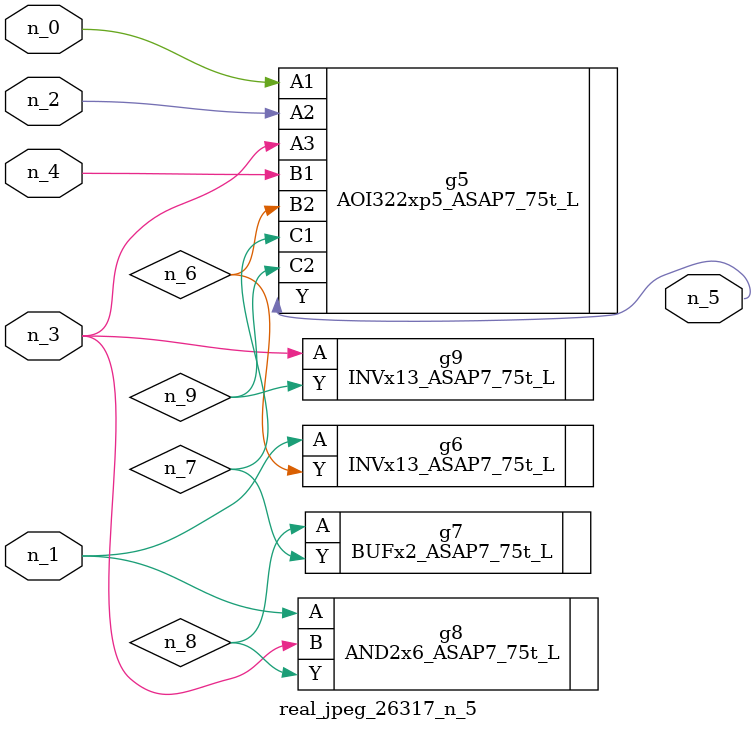
<source format=v>
module real_jpeg_26317_n_5 (n_4, n_0, n_1, n_2, n_3, n_5);

input n_4;
input n_0;
input n_1;
input n_2;
input n_3;

output n_5;

wire n_8;
wire n_6;
wire n_7;
wire n_9;

AOI322xp5_ASAP7_75t_L g5 ( 
.A1(n_0),
.A2(n_2),
.A3(n_3),
.B1(n_4),
.B2(n_6),
.C1(n_7),
.C2(n_9),
.Y(n_5)
);

INVx13_ASAP7_75t_L g6 ( 
.A(n_1),
.Y(n_6)
);

AND2x6_ASAP7_75t_L g8 ( 
.A(n_1),
.B(n_3),
.Y(n_8)
);

INVx13_ASAP7_75t_L g9 ( 
.A(n_3),
.Y(n_9)
);

BUFx2_ASAP7_75t_L g7 ( 
.A(n_8),
.Y(n_7)
);


endmodule
</source>
